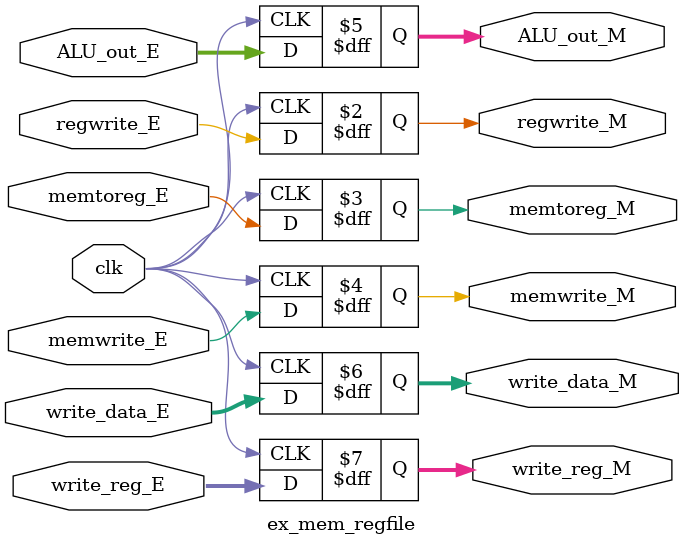
<source format=v>
module ex_mem_regfile (input clk,
	               input regwrite_E,
		       input memtoreg_E,
		       input memwrite_E,
		       input [31:0] ALU_out_E,
		       input [31:0] write_data_E,
		       input [4:0] write_reg_E,
		       output reg regwrite_M,
		       output reg memtoreg_M,
		       output reg memwrite_M,
		       output reg [31:0] ALU_out_M,
		       output reg [31:0] write_data_M,
		       output reg [4:0] write_reg_M);

    always @(posedge clk)
    begin
	regwrite_M <= regwrite_E;
	memtoreg_M <= memtoreg_E;
	memwrite_M <= memwrite_E;
	ALU_out_M  <= ALU_out_E;
        write_data_M <= write_data_E;
        write_reg_M  <= write_reg_E;
    end

    
endmodule    




</source>
